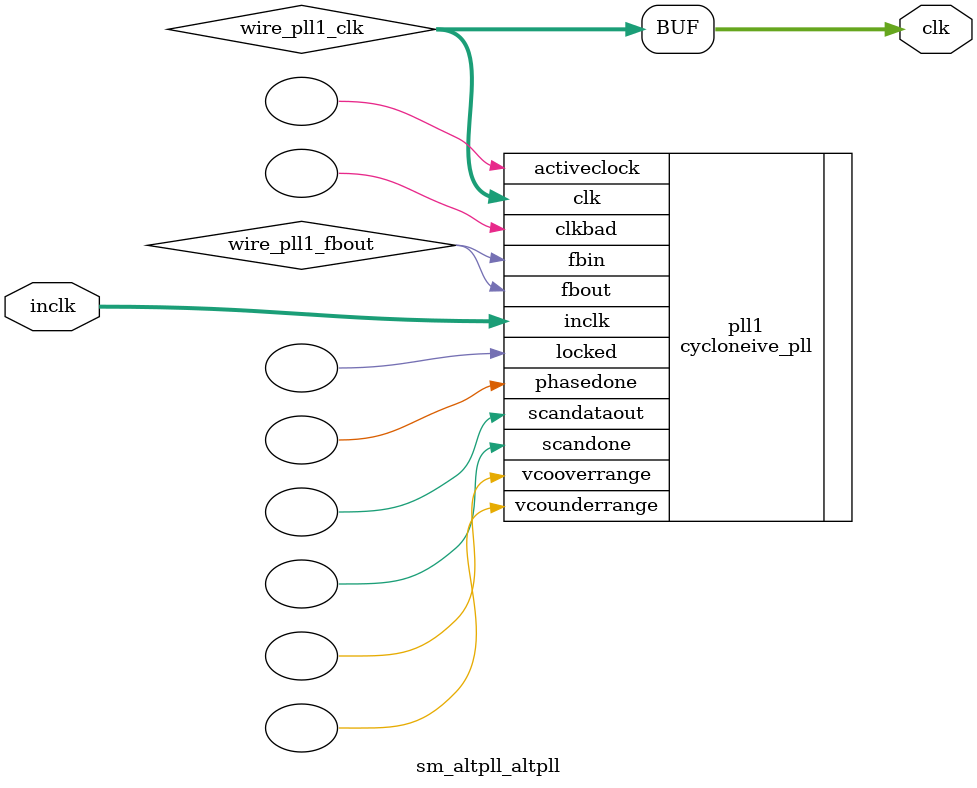
<source format=v>






//synthesis_resources = cycloneive_pll 1 
//synopsys translate_off
`timescale 1 ps / 1 ps
//synopsys translate_on
module  sm_altpll_altpll
	( 
	clk,
	inclk) /* synthesis synthesis_clearbox=1 */;
	output   [4:0]  clk;
	input   [1:0]  inclk;
`ifndef ALTERA_RESERVED_QIS
// synopsys translate_off
`endif
	tri0   [1:0]  inclk;
`ifndef ALTERA_RESERVED_QIS
// synopsys translate_on
`endif

	wire  [4:0]   wire_pll1_clk;
	wire  wire_pll1_fbout;

	cycloneive_pll   pll1
	( 
	.activeclock(),
	.clk(wire_pll1_clk),
	.clkbad(),
	.fbin(wire_pll1_fbout),
	.fbout(wire_pll1_fbout),
	.inclk(inclk),
	.locked(),
	.phasedone(),
	.scandataout(),
	.scandone(),
	.vcooverrange(),
	.vcounderrange()
	`ifndef FORMAL_VERIFICATION
	// synopsys translate_off
	`endif
	,
	.areset(1'b0),
	.clkswitch(1'b0),
	.configupdate(1'b0),
	.pfdena(1'b1),
	.phasecounterselect({3{1'b0}}),
	.phasestep(1'b0),
	.phaseupdown(1'b0),
	.scanclk(1'b0),
	.scanclkena(1'b1),
	.scandata(1'b0)
	`ifndef FORMAL_VERIFICATION
	// synopsys translate_on
	`endif
	);
	defparam
		pll1.bandwidth_type = "auto",
		pll1.clk0_divide_by = 1,
		pll1.clk0_duty_cycle = 50,
		pll1.clk0_multiply_by = 2,
		pll1.clk0_phase_shift = "0",
		pll1.compensate_clock = "clk0",
		pll1.inclk0_input_frequency = 20000,
		pll1.operation_mode = "normal",
		pll1.pll_type = "auto",
		pll1.lpm_type = "cycloneive_pll";
	assign
		clk = {wire_pll1_clk[4:0]};
endmodule //sm_altpll_altpll
//VALID FILE

</source>
